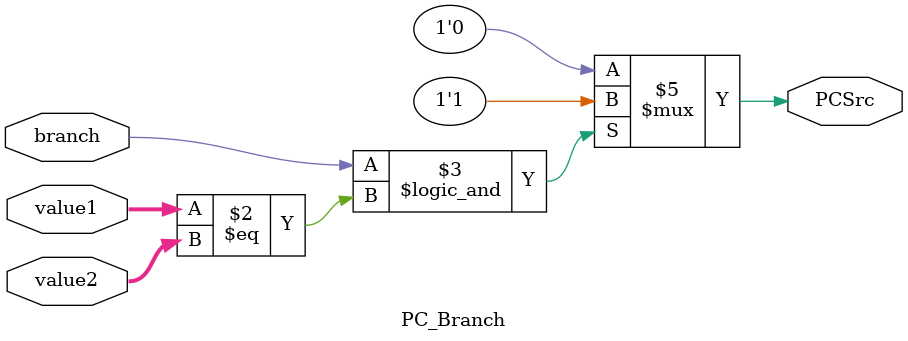
<source format=v>
module PC_Branch(value1,value2,branch,PCSrc);
  input [31:0]value1;
  input [31:0]value2;
  input branch;
  output reg PCSrc;
  
  always@(*)
  if(branch&&value1==value2)
    PCSrc=1;
  else
    PCSrc=0;
endmodule
</source>
